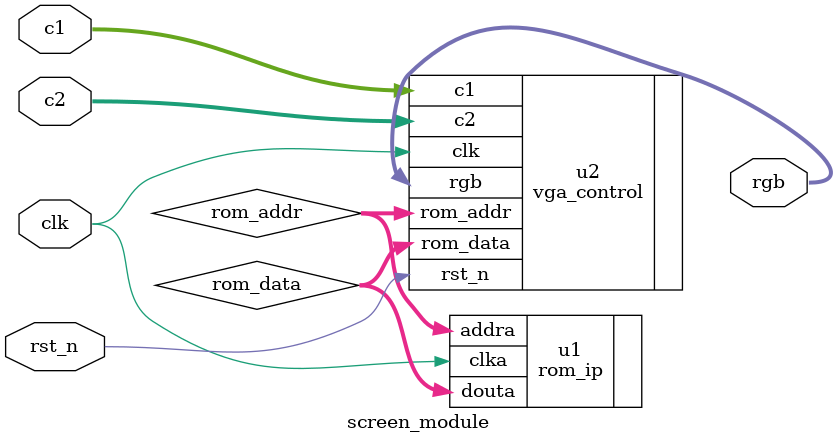
<source format=v>


module screen_module
(
    input clk,
    input rst_n,
    input [10:0] c1,
    input [10:0] c2,
    output [2:0] rgb
);
    
    
    wire [10:0] rom_addr;
    wire [7:0]  rom_data;
    
    
    rom_ip u1
    (
        .clka(clk),
        .addra(rom_addr),
        .douta(rom_data)
    );
    
    vga_control u2
    (
        .clk(clk),
        .rst_n(rst_n),
        .c1(c1),
        .c2(c2),
        .rgb(rgb),
        .rom_addr(rom_addr),
        .rom_data(rom_data)
    );
    
    
    
endmodule



</source>
